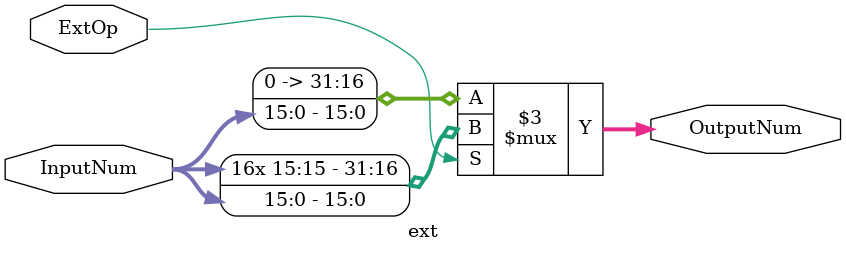
<source format=v>
`include "./Para.v"

module ext (
    input [15:0] InputNum,
    input        ExtOp,     // 1 is signed extend, 0 is unsigned extend

    output reg [31:0] OutputNum
);

    always @(*) begin
        if(ExtOp)
            OutputNum = {{16{InputNum[15]}}, InputNum[15:0]};
        else
            OutputNum = {16'h0000, InputNum[15:0]};
    end

endmodule //ext
</source>
